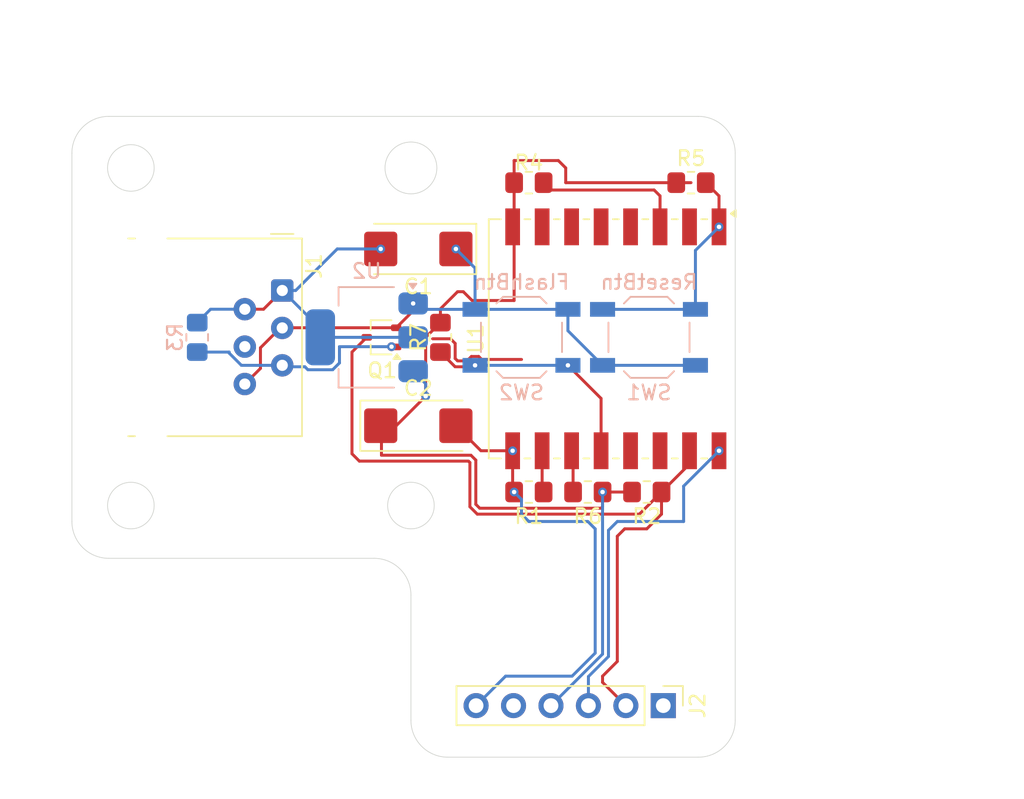
<source format=kicad_pcb>
(kicad_pcb (version 20241129) (generator "pcbnew") (generator_version "8.99")
  (layers (0 "F.Cu" signal) (2 "B.Cu" signal) (13 "F.Paste" user) (15 "B.Paste" user) (5 "F.SilkS" user "F.Silkscreen") (7 "B.SilkS" user "B.Silkscreen") (1 "F.Mask" user) (3 "B.Mask" user) (25 "Edge.Cuts" user))
  (net 0 "")
  (net 1 "GND")
  (net 2 "+5V")
  (net 3 "+3V3")
  (net 5 "Net-(Q1-B)")
  (net 6 "ESP-RX")
  (net 8 "ESP-TX")
  (net 10 "Net-(U1-GPIO15)")
  (net 11 "EN")
  (net 12 "RESET")
  (net 13 "GPIO 2")
  (net 14 "GPIO 0")
  (footprint "Resistor_SMD:R_0805_2012Metric_Pad1.20x1.40mm_HandSolder" (layer "F.Cu") (at 88 49.5)
    (property "Reference" "R4" (at 0 -1.35 360) (layer "F.SilkS"))
    (property "Value" "10K")
    (fp_line (start -0.227064 -0.735) (end 0.227064 -0.735) (stroke (width 0.12)) (layer "F.SilkS"))
    (fp_line (start -0.227064 0.735) (end 0.227064 0.735) (stroke (width 0.12)) (layer "F.SilkS"))
    (pad "1" smd roundrect (at -1 0) (size 1.2 1.4) (layers "F.Cu" "F.Mask" "F.Paste") (roundrect_rratio 0.208333) (net 3 "+3V3"))
    (pad "2" smd roundrect (at 1 0) (size 1.2 1.4) (layers "F.Cu" "F.Mask" "F.Paste") (roundrect_rratio 0.208333) (net 11 "EN"))
  )
  (footprint "Capacitor_Tantalum_SMD:CP_EIA-6032-15_Kemet-U_Pad2.25x2.35mm_HandSolder" (layer "F.Cu") (at 80.5 54 180)
    (property "Reference" "C1" (at 0 -2.55 360) (layer "F.SilkS"))
    (property "Value" "100nF")
    (fp_line (start 3 -1.71) (end -3.935 -1.71) (stroke (width 0.12)) (layer "F.SilkS"))
    (fp_line (start -3.935 1.71) (end 3 1.71) (stroke (width 0.12)) (layer "F.SilkS"))
    (fp_line (start -3.935 -1.71) (end -3.935 1.71) (stroke (width 0.12)) (layer "F.SilkS"))
    (pad "1" smd roundrect (at -2.55 0 180) (size 2.25 2.35) (layers "F.Cu" "F.Mask" "F.Paste") (roundrect_rratio 0.111111) (net 1 "GND"))
    (pad "2" smd roundrect (at 2.55 0 180) (size 2.25 2.35) (layers "F.Cu" "F.Mask" "F.Paste") (roundrect_rratio 0.111111) (net 2 "+5V"))
  )
  (footprint "Resistor_SMD:R_0805_2012Metric_Pad1.20x1.40mm_HandSolder" (layer "F.Cu") (at 99 49.5)
    (property "Value" "R5")
    (property "Reference" "R5" (at 0 -1.65 360) (layer "F.SilkS"))
    (fp_line (start -0.227064 -0.735) (end 0.227064 -0.735) (stroke (width 0.12)) (layer "F.SilkS"))
    (fp_line (start -0.227064 0.735) (end 0.227064 0.735) (stroke (width 0.12)) (layer "F.SilkS"))
    (pad "1" smd roundrect (at -1 0) (size 1.2 1.4) (layers "F.Cu" "F.Mask" "F.Paste") (roundrect_rratio 0.208333) (net 3 "+3V3"))
    (pad "2" smd roundrect (at 1 0) (size 1.2 1.4) (layers "F.Cu" "F.Mask" "F.Paste") (roundrect_rratio 0.208333) (net 12 "RESET"))
  )
  (footprint "Resistor_SMD:R_0805_2012Metric_Pad1.20x1.40mm_HandSolder" (layer "F.Cu") (at 96 70.5)
    (property "Value" "R2")
    (property "Reference" "R2" (at 0 1.65 360) (layer "F.SilkS"))
    (fp_line (start -0.227064 -0.735) (end 0.227064 -0.735) (stroke (width 0.12)) (layer "F.SilkS"))
    (fp_line (start -0.227064 0.735) (end 0.227064 0.735) (stroke (width 0.12)) (layer "F.SilkS"))
    (pad "1" smd roundrect (at -1 0) (size 1.2 1.4) (layers "F.Cu" "F.Mask" "F.Paste") (roundrect_rratio 0.208333) (net 3 "+3V3"))
    (pad "2" smd roundrect (at 1 0) (size 1.2 1.4) (layers "F.Cu" "F.Mask" "F.Paste") (roundrect_rratio 0.208333) (net 6 "ESP-RX"))
  )
  (footprint "Resistor_SMD:R_0805_2012Metric_Pad1.20x1.40mm_HandSolder" (layer "F.Cu") (at 82 60 -90)
    (property "Reference" "R7" (at 0 1.5 90) (layer "F.SilkS"))
    (property "Value" "10K")
    (fp_line (start -0.227064 0.735) (end 0.227064 0.735) (stroke (width 0.12)) (layer "F.SilkS"))
    (fp_line (start -0.227064 -0.735) (end 0.227064 -0.735) (stroke (width 0.12)) (layer "F.SilkS"))
    (pad "1" smd roundrect (at -1 0 270) (size 1.2 1.4) (layers "F.Cu" "F.Mask" "F.Paste") (roundrect_rratio 0.208333) (net 3 "+3V3"))
    (pad "2" smd roundrect (at 1 0 270) (size 1.2 1.4) (layers "F.Cu" "F.Mask" "F.Paste") (roundrect_rratio 0.208333) (net 14 "GPIO 0"))
  )
  (footprint "Connector_RJ:RJ12_Amphenol_54601-x06_Horizontal" (layer "F.Cu") (at 71.27 56.82 -90)
    (property "Reference" "J1" (at -1.66 -2.16 90) (layer "F.SilkS"))
    (property "Value" "RJ12")
    (fp_line (start -3.53 10.45) (end -3.53 9.99) (stroke (width 0.12)) (layer "F.SilkS"))
    (fp_line (start 9.89 10.45) (end 9.89 9.99) (stroke (width 0.12)) (layer "F.SilkS"))
    (fp_line (start -3.53 7.79) (end -3.53 -1.34) (stroke (width 0.12)) (layer "F.SilkS"))
    (fp_line (start -3.84 0.77) (end -3.84 -0.76) (stroke (width 0.12)) (layer "F.SilkS"))
    (fp_line (start -3.53 -1.34) (end 9.89 -1.34) (stroke (width 0.12)) (layer "F.SilkS"))
    (fp_line (start 9.89 -1.34) (end 9.89 7.79) (stroke (width 0.12)) (layer "F.SilkS"))
    (pad "" np_thru_hole circle (at -1.9 8.89 270) (size 3.25 3.25) (drill 3.25) (layers "*.Cu" "*.Mask"))
    (pad "" np_thru_hole circle (at 8.26 8.89 270) (size 3.25 3.25) (drill 3.25) (layers "*.Cu" "*.Mask"))
    (pad "1" thru_hole roundrect (at 0 0 270) (size 1.52 1.52) (drill 0.76) (layers "*.Cu" "*.Mask") (roundrect_rratio 0.1644736842) (net 2 "+5V"))
    (pad "2" thru_hole circle (at 1.27 2.54 270) (size 1.52 1.52) (drill 0.76) (layers "*.Cu" "*.Mask") (net 2 "+5V"))
    (pad "3" thru_hole circle (at 2.54 0 270) (size 1.52 1.52) (drill 0.76) (layers "*.Cu" "*.Mask") (net 1 "GND"))
    (pad "4" thru_hole circle (at 3.81 2.54 270) (size 1.52 1.52) (drill 0.76) (layers "*.Cu" "*.Mask"))
    (pad "5" thru_hole circle (at 5.08 0 270) (size 1.52 1.52) (drill 0.76) (layers "*.Cu" "*.Mask") (net 5 "Net-(Q1-B)"))
    (pad "6" thru_hole circle (at 6.35 2.54 270) (size 1.52 1.52) (drill 0.76) (layers "*.Cu" "*.Mask") (net 1 "GND"))
  )
  (footprint "Resistor_SMD:R_0805_2012Metric_Pad1.20x1.40mm_HandSolder" (layer "F.Cu") (at 88 70.5 180)
    (property "Reference" "R1" (at 0 -1.65 360) (layer "F.SilkS"))
    (property "Value" "10K")
    (fp_line (start -0.227064 0.735) (end 0.227064 0.735) (stroke (width 0.12)) (layer "F.SilkS"))
    (fp_line (start -0.227064 -0.735) (end 0.227064 -0.735) (stroke (width 0.12)) (layer "F.SilkS"))
    (pad "1" smd roundrect (at -1 0 180) (size 1.2 1.4) (layers "F.Cu" "F.Mask" "F.Paste") (roundrect_rratio 0.208333) (net 10 "Net-(U1-GPIO15)"))
    (pad "2" smd roundrect (at 1 0 180) (size 1.2 1.4) (layers "F.Cu" "F.Mask" "F.Paste") (roundrect_rratio 0.208333) (net 1 "GND"))
  )
  (footprint "Package_TO_SOT_SMD:SOT-323_SC-70" (layer "F.Cu") (at 78 60 180)
    (property "Reference" "Q1" (at -0.05 -2.25 360) (layer "F.SilkS"))
    (property "Value" "BC817W")
    (fp_line (start 0.73 0.5) (end 0.73 1.16) (stroke (width 0.12)) (layer "F.SilkS"))
    (fp_line (start 0.73 -1.16) (end 0.73 -0.5) (stroke (width 0.12)) (layer "F.SilkS"))
    (fp_line (start -0.68 1.16) (end 0.73 1.16) (stroke (width 0.12)) (layer "F.SilkS"))
    (fp_line (start -0.68 -1.16) (end 0.73 -1.16) (stroke (width 0.12)) (layer "F.SilkS"))
    (fp_poly (pts (xy -1.05 -1.14) (xy -1.29 -1.47) (xy -0.81 -1.47) (xy -1.05 -1.14)) (stroke (width 0.12)) (fill yes) (layer "F.SilkS"))
    (pad "1" smd roundrect (at -1 -0.65 90) (size 0.45 0.7) (layers "F.Cu" "F.Mask" "F.Paste") (net 5 "Net-(Q1-B)"))
    (pad "2" smd roundrect (at -1 0.65 90) (size 0.45 0.7) (layers "F.Cu" "F.Mask" "F.Paste") (net 1 "GND"))
    (pad "3" smd roundrect (at 1 0 90) (size 0.45 0.7) (layers "F.Cu" "F.Mask" "F.Paste") (net 6 "ESP-RX"))
  )
  (footprint "RF_Module:ESP-07" (layer "F.Cu") (at 96 60.1 -90)
    (property "Reference" "U1" (at 0 11.6 -90) (layer "F.SilkS"))
    (property "Value" "ESP-07")
    (fp_line (start -8.12 10.72) (end -8.12 9.9) (stroke (width 0.12)) (layer "F.SilkS"))
    (fp_line (start 8.12 10.72) (end -8.12 10.72) (stroke (width 0.12)) (layer "F.SilkS"))
    (fp_line (start 8.12 9.9) (end 8.12 10.72) (stroke (width 0.12)) (layer "F.SilkS"))
    (fp_line (start -8.12 8.3) (end -8.12 7.9) (stroke (width 0.12)) (layer "F.SilkS"))
    (fp_line (start 8.12 8.3) (end 8.12 7.9) (stroke (width 0.12)) (layer "F.SilkS"))
    (fp_line (start -8.12 6.3) (end -8.12 5.9) (stroke (width 0.12)) (layer "F.SilkS"))
    (fp_line (start 8.12 6.3) (end 8.12 5.9) (stroke (width 0.12)) (layer "F.SilkS"))
    (fp_line (start -8.12 4.3) (end -8.12 3.9) (stroke (width 0.12)) (layer "F.SilkS"))
    (fp_line (start 8.12 4.3) (end 8.12 3.9) (stroke (width 0.12)) (layer "F.SilkS"))
    (fp_line (start -8.12 2.3) (end -8.12 1.9) (stroke (width 0.12)) (layer "F.SilkS"))
    (fp_line (start 8.12 2.3) (end 8.12 1.9) (stroke (width 0.12)) (layer "F.SilkS"))
    (fp_line (start -8.12 0.3) (end -8.12 -0.1) (stroke (width 0.12)) (layer "F.SilkS"))
    (fp_line (start 8.12 0.3) (end 8.12 -0.1) (stroke (width 0.12)) (layer "F.SilkS"))
    (fp_line (start -8.12 -1.7) (end -8.12 -2.1) (stroke (width 0.12)) (layer "F.SilkS"))
    (fp_line (start 8.12 -1.7) (end 8.12 -2.1) (stroke (width 0.12)) (layer "F.SilkS"))
    (fp_line (start -8.12 -3.7) (end -8.12 -4.1) (stroke (width 0.12)) (layer "F.SilkS"))
    (fp_line (start 8.12 -3.7) (end 8.12 -4.1) (stroke (width 0.12)) (layer "F.SilkS"))
    (fp_poly (pts (xy -8.5 -5.7) (xy -8.74 -6.036) (xy -8.26 -6.036) (xy -8.5 -5.7)) (stroke (width 0.12)) (fill yes) (layer "F.SilkS"))
    (pad "1" smd rect (at -7.6 -4.9 270) (size 2.5 1) (layers "F.Cu" "F.Mask" "F.Paste") (net 12 "RESET"))
    (pad "2" smd rect (at -7.6 -2.9 270) (size 2.5 1) (layers "F.Cu" "F.Mask" "F.Paste"))
    (pad "3" smd rect (at -7.6 -0.9 270) (size 2.5 1) (layers "F.Cu" "F.Mask" "F.Paste") (net 11 "EN"))
    (pad "4" smd rect (at -7.6 1.1 270) (size 2.5 1) (layers "F.Cu" "F.Mask" "F.Paste"))
    (pad "5" smd rect (at -7.6 3.1 270) (size 2.5 1) (layers "F.Cu" "F.Mask" "F.Paste"))
    (pad "6" smd rect (at -7.6 5.1 270) (size 2.5 1) (layers "F.Cu" "F.Mask" "F.Paste"))
    (pad "7" smd rect (at -7.6 7.1 270) (size 2.5 1) (layers "F.Cu" "F.Mask" "F.Paste"))
    (pad "8" smd rect (at -7.6 9.1 270) (size 2.5 1) (layers "F.Cu" "F.Mask" "F.Paste") (net 3 "+3V3"))
    (pad "9" smd rect (at 7.6 9.1 270) (size 2.5 1) (layers "F.Cu" "F.Mask" "F.Paste") (net 1 "GND"))
    (pad "10" smd rect (at 7.6 7.1 270) (size 2.5 1) (layers "F.Cu" "F.Mask" "F.Paste") (net 10 "Net-(U1-GPIO15)"))
    (pad "11" smd rect (at 7.6 5.1 270) (size 2.5 1) (layers "F.Cu" "F.Mask" "F.Paste") (net 13 "GPIO 2"))
    (pad "12" smd rect (at 7.6 3.1 270) (size 2.5 1) (layers "F.Cu" "F.Mask" "F.Paste") (net 14 "GPIO 0"))
    (pad "13" smd rect (at 7.6 1.1 270) (size 2.5 1) (layers "F.Cu" "F.Mask" "F.Paste"))
    (pad "14" smd rect (at 7.6 -0.9 270) (size 2.5 1) (layers "F.Cu" "F.Mask" "F.Paste"))
    (pad "15" smd rect (at 7.6 -2.9 270) (size 2.5 1) (layers "F.Cu" "F.Mask" "F.Paste") (net 6 "ESP-RX"))
    (pad "16" smd rect (at 7.6 -4.9 270) (size 2.5 1) (layers "F.Cu" "F.Mask" "F.Paste") (net 8 "ESP-TX"))
  )
  (footprint "Connector_PinHeader_2.54mm:PinHeader_1x06_P2.54mm_Vertical" (layer "F.Cu") (at 97.12 85 -90)
    (property "Reference" "J2" (at 0 -2.33 90) (layer "F.SilkS"))
    (property "Value" "ProgammingPins")
    (fp_line (start -1.33 14.03) (end 1.33 14.03) (stroke (width 0.12)) (layer "F.SilkS"))
    (fp_line (start -1.33 1.27) (end -1.33 14.03) (stroke (width 0.12)) (layer "F.SilkS"))
    (fp_line (start -1.33 1.27) (end 1.33 1.27) (stroke (width 0.12)) (layer "F.SilkS"))
    (fp_line (start 1.33 1.27) (end 1.33 14.03) (stroke (width 0.12)) (layer "F.SilkS"))
    (fp_line (start -1.33 0) (end -1.33 -1.33) (stroke (width 0.12)) (layer "F.SilkS"))
    (fp_line (start -1.33 -1.33) (end 0 -1.33) (stroke (width 0.12)) (layer "F.SilkS"))
    (pad "1" thru_hole rect (at 0 0 270) (size 1.7 1.7) (drill 1) (layers "*.Cu" "*.Mask"))
    (pad "2" thru_hole oval (at 0 2.54 270) (size 1.7 1.7) (drill 1) (layers "*.Cu" "*.Mask") (net 6 "ESP-RX"))
    (pad "3" thru_hole oval (at 0 5.08 270) (size 1.7 1.7) (drill 1) (layers "*.Cu" "*.Mask") (net 8 "ESP-TX"))
    (pad "4" thru_hole oval (at 0 7.62 270) (size 1.7 1.7) (drill 1) (layers "*.Cu" "*.Mask") (net 3 "+3V3"))
    (pad "5" thru_hole oval (at 0 10.16 270) (size 1.7 1.7) (drill 1) (layers "*.Cu" "*.Mask"))
    (pad "6" thru_hole oval (at 0 12.7 270) (size 1.7 1.7) (drill 1) (layers "*.Cu" "*.Mask") (net 1 "GND"))
  )
  (footprint "Resistor_SMD:R_0805_2012Metric_Pad1.20x1.40mm_HandSolder" (layer "F.Cu") (at 92 70.5 180)
    (property "Reference" "R6" (at 0 -1.65 360) (layer "F.SilkS"))
    (property "Value" "10K")
    (fp_line (start -0.227064 0.735) (end 0.227064 0.735) (stroke (width 0.12)) (layer "F.SilkS"))
    (fp_line (start -0.227064 -0.735) (end 0.227064 -0.735) (stroke (width 0.12)) (layer "F.SilkS"))
    (pad "1" smd roundrect (at -1 0 180) (size 1.2 1.4) (layers "F.Cu" "F.Mask" "F.Paste") (roundrect_rratio 0.208333) (net 3 "+3V3"))
    (pad "2" smd roundrect (at 1 0 180) (size 1.2 1.4) (layers "F.Cu" "F.Mask" "F.Paste") (roundrect_rratio 0.208333) (net 13 "GPIO 2"))
  )
  (footprint "Capacitor_Tantalum_SMD:CP_EIA-6032-15_Kemet-U_Pad2.25x2.35mm_HandSolder" (layer "F.Cu") (at 80.5 66)
    (property "Reference" "C2" (at 0 -2.55 360) (layer "F.SilkS"))
    (property "Value" "10uF Polarized")
    (fp_line (start -3.935 -1.71) (end -3.935 1.71) (stroke (width 0.12)) (layer "F.SilkS"))
    (fp_line (start -3.935 1.71) (end 3 1.71) (stroke (width 0.12)) (layer "F.SilkS"))
    (fp_line (start 3 -1.71) (end -3.935 -1.71) (stroke (width 0.12)) (layer "F.SilkS"))
    (pad "1" smd roundrect (at -2.55 0) (size 2.25 2.35) (layers "F.Cu" "F.Mask" "F.Paste") (roundrect_rratio 0.111111) (net 3 "+3V3"))
    (pad "2" smd roundrect (at 2.55 0) (size 2.25 2.35) (layers "F.Cu" "F.Mask" "F.Paste") (roundrect_rratio 0.111111) (net 1 "GND"))
  )
  (footprint "Package_TO_SOT_SMD:SOT-223-3_TabPin2" (layer "B.Cu") (at 77 60 180)
    (property "Reference" "U2" (at 0 4.5 360) (layer "B.SilkS") (effects (justify mirror)))
    (property "Value" "LD1117S33CTR_SOT223")
    (fp_line (start 1.91 3.41) (end 1.91 2.15) (stroke (width 0.12)) (layer "B.SilkS"))
    (fp_line (start 1.91 -3.41) (end 1.91 -2.15) (stroke (width 0.12)) (layer "B.SilkS"))
    (fp_line (start -1.85 3.41) (end 1.91 3.41) (stroke (width 0.12)) (layer "B.SilkS"))
    (fp_line (start -1.85 -3.41) (end 1.91 -3.41) (stroke (width 0.12)) (layer "B.SilkS"))
    (fp_poly (pts (xy -3.13 3.31) (xy -3.37 3.64) (xy -2.89 3.64) (xy -3.13 3.31)) (stroke (width 0.12)) (fill yes) (layer "B.SilkS"))
    (pad "1" smd roundrect (at -3.15 2.3 180) (size 2 1.5) (layers "B.Cu" "B.Mask" "B.Paste") (net 1 "GND"))
    (pad "2" smd roundrect (at -3.15 0 180) (size 2 1.5) (layers "B.Cu" "B.Mask" "B.Paste") (net 2 "+5V"))
    (pad "2" smd roundrect (at 3.15 0 180) (size 2 3.8) (layers "B.Cu" "B.Mask" "B.Paste") (net 2 "+5V"))
    (pad "3" smd roundrect (at -3.15 -2.3 180) (size 2 1.5) (layers "B.Cu" "B.Mask" "B.Paste") (net 3 "+3V3"))
  )
  (footprint "Resistor_SMD:R_0805_2012Metric_Pad1.20x1.40mm_HandSolder" (layer "B.Cu") (at 65.5 60 -90)
    (property "Reference" "R3" (at 0 1.5 90) (layer "B.SilkS") (effects (justify mirror)))
    (property "Value" "4K7")
    (fp_line (start -0.227064 0.735) (end 0.227064 0.735) (stroke (width 0.12)) (layer "B.SilkS"))
    (fp_line (start -0.227064 -0.735) (end 0.227064 -0.735) (stroke (width 0.12)) (layer "B.SilkS"))
    (pad "1" smd roundrect (at -1 0 270) (size 1.2 1.4) (layers "B.Cu" "B.Mask" "B.Paste") (roundrect_rratio 0.208333) (net 2 "+5V"))
    (pad "2" smd roundrect (at 1 0 270) (size 1.2 1.4) (layers "B.Cu" "B.Mask" "B.Paste") (roundrect_rratio 0.208333) (net 5 "Net-(Q1-B)"))
  )
  (footprint "Button_Switch_SMD:SW_SPST_TL3342" (layer "B.Cu") (at 87.5 60)
    (property "Reference" "SW2" (at 0 3.75 360) (layer "B.SilkS") (effects (justify mirror)))
    (property "Value" "FlashBtn" (at 0 -3.75 360) (layer "B.SilkS") (effects (justify mirror)))
    (fp_line (start -2.75 1) (end -2.75 -1) (stroke (width 0.12)) (layer "B.SilkS"))
    (fp_line (start -1.7 -2.3) (end -1.25 -2.75) (stroke (width 0.12)) (layer "B.SilkS"))
    (fp_line (start -1.7 2.3) (end -1.25 2.75) (stroke (width 0.12)) (layer "B.SilkS"))
    (fp_line (start -1.25 -2.75) (end 1.25 -2.75) (stroke (width 0.12)) (layer "B.SilkS"))
    (fp_line (start -1.25 2.75) (end 1.25 2.75) (stroke (width 0.12)) (layer "B.SilkS"))
    (fp_line (start 1.7 -2.3) (end 1.25 -2.75) (stroke (width 0.12)) (layer "B.SilkS"))
    (fp_line (start 1.7 2.3) (end 1.25 2.75) (stroke (width 0.12)) (layer "B.SilkS"))
    (fp_line (start 2.75 1) (end 2.75 -1) (stroke (width 0.12)) (layer "B.SilkS"))
    (pad "1" smd rect (at -3.15 1.9) (size 1.7 1) (layers "B.Cu" "B.Mask" "B.Paste") (net 14 "GPIO 0"))
    (pad "1" smd rect (at 3.15 1.9) (size 1.7 1) (layers "B.Cu" "B.Mask" "B.Paste") (net 14 "GPIO 0"))
    (pad "2" smd rect (at -3.15 -1.9) (size 1.7 1) (layers "B.Cu" "B.Mask" "B.Paste") (net 1 "GND"))
    (pad "2" smd rect (at 3.15 -1.9) (size 1.7 1) (layers "B.Cu" "B.Mask" "B.Paste") (net 1 "GND"))
  )
  (footprint "Button_Switch_SMD:SW_SPST_TL3342" (layer "B.Cu") (at 96.15 60)
    (property "Reference" "SW1" (at 0 3.75 360) (layer "B.SilkS") (effects (justify mirror)))
    (property "Value" "ResetBtn" (at 0 -3.75 360) (layer "B.SilkS") (effects (justify mirror)))
    (fp_line (start -2.75 1) (end -2.75 -1) (stroke (width 0.12)) (layer "B.SilkS"))
    (fp_line (start -1.7 -2.3) (end -1.25 -2.75) (stroke (width 0.12)) (layer "B.SilkS"))
    (fp_line (start -1.7 2.3) (end -1.25 2.75) (stroke (width 0.12)) (layer "B.SilkS"))
    (fp_line (start -1.25 -2.75) (end 1.25 -2.75) (stroke (width 0.12)) (layer "B.SilkS"))
    (fp_line (start -1.25 2.75) (end 1.25 2.75) (stroke (width 0.12)) (layer "B.SilkS"))
    (fp_line (start 1.7 -2.3) (end 1.25 -2.75) (stroke (width 0.12)) (layer "B.SilkS"))
    (fp_line (start 1.7 2.3) (end 1.25 2.75) (stroke (width 0.12)) (layer "B.SilkS"))
    (fp_line (start 2.75 1) (end 2.75 -1) (stroke (width 0.12)) (layer "B.SilkS"))
    (pad "1" smd rect (at -3.15 1.9) (size 1.7 1) (layers "B.Cu" "B.Mask" "B.Paste") (net 1 "GND"))
    (pad "1" smd rect (at 3.15 1.9) (size 1.7 1) (layers "B.Cu" "B.Mask" "B.Paste") (net 1 "GND"))
    (pad "2" smd rect (at -3.15 -1.9) (size 1.7 1) (layers "B.Cu" "B.Mask" "B.Paste") (net 12 "RESET"))
    (pad "2" smd rect (at 3.15 -1.9) (size 1.7 1) (layers "B.Cu" "B.Mask" "B.Paste") (net 12 "RESET"))
  )
  (gr_arc (start 99.5 45) (mid 101.267767 45.732233) (end 102 47.5) (stroke (width 0.05)) (layer "Edge.Cuts"))
  (gr_circle (center 61 71.418861) (end 61.5 72.918861) (stroke (width 0.05)) (fill no) (layer "Edge.Cuts"))
  (gr_arc (start 102 86) (mid 101.267767 87.767767) (end 99.5 88.5) (stroke (width 0.05)) (layer "Edge.Cuts"))
  (gr_arc (start 59.5 75) (mid 57.732233 74.267767) (end 57 72.5) (stroke (width 0.05)) (layer "Edge.Cuts"))
  (gr_arc (start 77.5 75) (mid 79.267767 75.732233) (end 80 77.5) (stroke (width 0.05)) (layer "Edge.Cuts"))
  (gr_line (start 57 47.5) (end 57 72.5) (stroke (width 0.05)) (layer "Edge.Cuts"))
  (gr_arc (start 57 47.5) (mid 57.732233 45.732233) (end 59.5 45) (stroke (width 0.05)) (layer "Edge.Cuts"))
  (gr_arc (start 82.5 88.5) (mid 80.732233 87.767767) (end 80 86) (stroke (width 0.05)) (layer "Edge.Cuts"))
  (gr_line (start 82.5 88.5) (end 99.5 88.5) (stroke (width 0.05)) (layer "Edge.Cuts"))
  (gr_line (start 59.5 45) (end 99.5 45) (stroke (width 0.05)) (layer "Edge.Cuts"))
  (gr_line (start 59.5 75) (end 77.5 75) (stroke (width 0.05)) (layer "Edge.Cuts"))
  (gr_circle (center 61 48.5) (end 61.5 50) (stroke (width 0.05)) (fill no) (layer "Edge.Cuts"))
  (gr_line (start 80 77.5) (end 80 86) (stroke (width 0.05)) (layer "Edge.Cuts"))
  (gr_line (start 102 47.5) (end 102 86) (stroke (width 0.05)) (layer "Edge.Cuts"))
  (gr_circle (center 80 71.418861) (end 80.5 72.918861) (stroke (width 0.05)) (fill no) (layer "Edge.Cuts"))
  (gr_circle (center 80 48.5) (end 80.918861 50) (stroke (width 0.05)) (fill no) (layer "Edge.Cuts"))
  (segment (start 83.801057 61.599) (end 83.1661 61.599) (width 0.2) (layer "F.Cu") (net 0))
  (segment (start 82.68516 60.099) (end 81.4681 60.099) (width 0.2) (layer "F.Cu") (net 0))
  (segment (start 83.001 60.41484) (end 82.68516 60.099) (width 0.2) (layer "F.Cu") (net 0))
  (segment (start 83.001 61.4339) (end 83.001 60.41484) (width 0.2) (layer "F.Cu") (net 0))
  (segment (start 84.598943 61.299) (end 84.101057 61.299) (width 0.2) (layer "F.Cu") (net 0))
  (segment (start 84.101057 61.299) (end 83.801057 61.599) (width 0.2) (layer "F.Cu") (net 0))
  (segment (start 83.1661 61.599) (end 83.001 61.4339) (width 0.2) (layer "F.Cu") (net 0))
  (segment (start 84.799943 61.5) (end 84.598943 61.299) (width 0.2) (layer "F.Cu") (net 0))
  (segment (start 87.5 61.5) (end 84.799943 61.5) (width 0.2) (layer "F.Cu") (net 0))
  (segment (start 86.9 70.4) (end 87 70.5) (width 0.2) (layer "F.Cu") (net 1))
  (segment (start 84.75 67.7) (end 86.9 67.7) (width 0.2) (layer "F.Cu") (net 1))
  (segment (start 69.791 60.709) (end 69.791 62.109) (width 0.2) (layer "F.Cu") (net 1))
  (segment (start 71.28 59.35) (end 71.27 59.36) (width 0.2) (layer "F.Cu") (net 1))
  (segment (start 69.791 62.109) (end 68.73 63.17) (width 0.2) (layer "F.Cu") (net 1))
  (segment (start 80.15 58.2) (end 80.15 57.7) (width 0.2) (layer "F.Cu") (net 1))
  (segment (start 79 59.35) (end 80.15 58.2) (width 0.2) (layer "F.Cu") (net 1))
  (segment (start 71.14 59.36) (end 69.791 60.709) (width 0.2) (layer "F.Cu") (net 1))
  (segment (start 71.27 59.36) (end 71.14 59.36) (width 0.2) (layer "F.Cu") (net 1))
  (segment (start 79 59.35) (end 71.28 59.35) (width 0.2) (layer "F.Cu") (net 1))
  (segment (start 86.9 67.7) (end 86.9 67.1) (width 0.2) (layer "F.Cu") (net 1))
  (segment (start 86.9 67.7) (end 86.9 70.4) (width 0.2) (layer "F.Cu") (net 1))
  (segment (start 83.05 66) (end 84.75 67.7) (width 0.2) (layer "F.Cu") (net 1))
  (via (at 87 70.5) (size 0.6) (drill 0.3) (layers "F.Cu" "B.Cu") (net 1))
  (via (at 80.15 57.7) (size 0.6) (drill 0.3) (layers "F.Cu" "B.Cu") (net 1))
  (via (at 83.05 54) (size 0.6) (drill 0.3) (layers "F.Cu" "B.Cu") (net 1))
  (via (at 86.9 67.7) (size 0.6) (drill 0.3) (layers "F.Cu" "B.Cu") (net 1))
  (segment (start 80.55 58.1) (end 80.15 57.7) (width 0.2) (layer "B.Cu") (net 1))
  (segment (start 84.35 58.1) (end 84.35 55.3) (width 0.2) (layer "B.Cu") (net 1))
  (segment (start 84.35 58.1) (end 90.65 58.1) (width 0.2) (layer "B.Cu") (net 1))
  (segment (start 90.65 58.1) (end 90.65 59.55) (width 0.2) (layer "B.Cu") (net 1))
  (segment (start 88 72.5) (end 92 72.5) (width 0.2) (layer "B.Cu") (net 1))
  (segment (start 87 67.6) (end 86.9 67.7) (width 0.2) (layer "B.Cu") (net 1))
  (segment (start 92 72.5) (end 92.5 73) (width 0.2) (layer "B.Cu") (net 1))
  (segment (start 87.5 72) (end 88 72.5) (width 0.2) (layer "B.Cu") (net 1))
  (segment (start 86.42 83) (end 84.42 85) (width 0.2) (layer "B.Cu") (net 1))
  (segment (start 90.9329 83) (end 86.42 83) (width 0.2) (layer "B.Cu") (net 1))
  (segment (start 93 61.9) (end 99.3 61.9) (width 0.2) (layer "B.Cu") (net 1))
  (segment (start 84.35 55.3) (end 83.05 54) (width 0.2) (layer "B.Cu") (net 1))
  (segment (start 92.5 73) (end 92.5 81.4329) (width 0.2) (layer "B.Cu") (net 1))
  (segment (start 92.5 81.4329) (end 90.9329 83) (width 0.2) (layer "B.Cu") (net 1))
  (segment (start 87 70.5) (end 87.5 71) (width 0.2) (layer "B.Cu") (net 1))
  (segment (start 90.65 59.55) (end 93 61.9) (width 0.2) (layer "B.Cu") (net 1))
  (segment (start 87.5 71) (end 87.5 72) (width 0.2) (layer "B.Cu") (net 1))
  (segment (start 84.35 58.1) (end 80.55 58.1) (width 0.2) (layer "B.Cu") (net 1))
  (segment (start 68.73 58.09) (end 70 58.09) (width 0.2) (layer "F.Cu") (net 2))
  (segment (start 70 58.09) (end 71.27 56.82) (width 0.2) (layer "F.Cu") (net 2))
  (via (at 68.73 58.09) (size 0.6) (drill 0.3) (layers "F.Cu" "B.Cu") (net 2))
  (via (at 77.95 54) (size 0.6) (drill 0.3) (layers "F.Cu" "B.Cu") (net 2))
  (segment (start 73.85 59.4) (end 73.85 60) (width 0.2) (layer "B.Cu") (net 2))
  (segment (start 71.27 56.82) (end 72.18 56.82) (width 0.2) (layer "B.Cu") (net 2))
  (segment (start 73.85 58.65) (end 74 58.5) (width 0.2) (layer "B.Cu") (net 2))
  (segment (start 71.27 56.82) (end 73.85 59.4) (width 0.2) (layer "B.Cu") (net 2))
  (segment (start 73.85 60) (end 73.85 58.65) (width 0.2) (layer "B.Cu") (net 2))
  (segment (start 73.85 60) (end 74 59.85) (width 0.2) (layer "B.Cu") (net 2))
  (segment (start 80.15 60) (end 73.85 60) (width 0.2) (layer "B.Cu") (net 2))
  (segment (start 66.41 58.09) (end 68.73 58.09) (width 0.2) (layer "B.Cu") (net 2))
  (segment (start 75 54) (end 77.95 54) (width 0.2) (layer "B.Cu") (net 2))
  (segment (start 65.5 59) (end 66.41 58.09) (width 0.2) (layer "B.Cu") (net 2))
  (segment (start 74 60.15) (end 73.85 60) (width 0.2) (layer "B.Cu") (net 2))
  (segment (start 72.18 56.82) (end 75 54) (width 0.2) (layer "B.Cu") (net 2))
  (segment (start 84.401 68.3339) (end 84.0671 68) (width 0.2) (layer "F.Cu") (net 3))
  (segment (start 87 49.5) (end 87 52.4) (width 0.2) (layer "F.Cu") (net 3))
  (segment (start 82 58.0671) (end 83.1661 56.901) (width 0.2) (layer "F.Cu") (net 3))
  (segment (start 81 64) (end 81 60) (width 0.2) (layer "F.Cu") (net 3))
  (segment (start 87 57.5) (end 87 52.6) (width 0.2) (layer "F.Cu") (net 3))
  (segment (start 90.5 48.5) (end 90 48) (width 0.2) (layer "F.Cu") (net 3))
  (segment (start 84.6661 71.599) (end 84.401 71.3339) (width 0.2) (layer "F.Cu") (net 3))
  (segment (start 81 60) (end 82 59) (width 0.2) (layer "F.Cu") (net 3))
  (segment (start 82 59) (end 82 58.0671) (width 0.2) (layer "F.Cu") (net 3))
  (segment (start 99 49.5) (end 90.5 49.5) (width 0.2) (layer "F.Cu") (net 3))
  (segment (start 84.150057 57.5) (end 87 57.5) (width 0.2) (layer "F.Cu") (net 3))
  (segment (start 84.0671 68) (end 78 68) (width 0.2) (layer "F.Cu") (net 3))
  (segment (start 95 70.5) (end 93 70.5) (width 0.2) (layer "F.Cu") (net 3))
  (segment (start 83.1661 56.901) (end 83.551057 56.901) (width 0.2) (layer "F.Cu") (net 3))
  (segment (start 78 66.05) (end 77.95 66) (width 0.2) (layer "F.Cu") (net 3))
  (segment (start 77.95 66) (end 79 66) (width 0.2) (layer "F.Cu") (net 3))
  (segment (start 84.401 71.3339) (end 84.401 68.3339) (width 0.2) (layer "F.Cu") (net 3))
  (segment (start 90 48) (end 87 48) (width 0.2) (layer "F.Cu") (net 3))
  (segment (start 87 52.6) (end 86.9 52.5) (width 0.2) (layer "F.Cu") (net 3))
  (segment (start 93 71.5) (end 92.901 71.599) (width 0.2) (layer "F.Cu") (net 3))
  (segment (start 83.551057 56.901) (end 84.150057 57.5) (width 0.2) (layer "F.Cu") (net 3))
  (segment (start 93 70.5) (end 93 71.5) (width 0.2) (layer "F.Cu") (net 3))
  (segment (start 92.901 71.599) (end 84.6661 71.599) (width 0.2) (layer "F.Cu") (net 3))
  (segment (start 79 66) (end 81 64) (width 0.2) (layer "F.Cu") (net 3))
  (segment (start 87 52.4) (end 86.9 52.5) (width 0.2) (layer "F.Cu") (net 3))
  (segment (start 87 48) (end 87 49.5) (width 0.2) (layer "F.Cu") (net 3))
  (segment (start 78 68) (end 78 66.05) (width 0.2) (layer "F.Cu") (net 3))
  (segment (start 90.5 49.5) (end 90.5 48.5) (width 0.2) (layer "F.Cu") (net 3))
  (via (at 81 64) (size 0.6) (drill 0.3) (layers "F.Cu" "B.Cu") (net 3))
  (via (at 93 70.5) (size 0.6) (drill 0.3) (layers "F.Cu" "B.Cu") (net 3))
  (segment (start 89.5 85) (end 93 81.5) (width 0.2) (layer "B.Cu") (net 3))
  (segment (start 81 63.15) (end 81 64) (width 0.2) (layer "B.Cu") (net 3))
  (segment (start 93 81.5) (end 93 70.5) (width 0.2) (layer "B.Cu") (net 3))
  (segment (start 80.15 62.3) (end 81 63.15) (width 0.2) (layer "B.Cu") (net 3))
  (via (at 78.68384 60.634084) (size 0.6) (drill 0.3) (layers "F.Cu" "B.Cu") (net 5))
  (segment (start 68.499519 61.9) (end 71.27 61.9) (width 0.2) (layer "B.Cu") (net 5))
  (segment (start 67.669 61.069481) (end 68.499519 61.9) (width 0.2) (layer "B.Cu") (net 5))
  (segment (start 71.37 62) (end 72.809942 62) (width 0.2) (layer "B.Cu") (net 5))
  (segment (start 73.010942 62.201) (end 74.689058 62.201) (width 0.2) (layer "B.Cu") (net 5))
  (segment (start 71.27 61.9) (end 71.37 62) (width 0.2) (layer "B.Cu") (net 5))
  (segment (start 75.151 61.739058) (end 75.151 60.634084) (width 0.2) (layer "B.Cu") (net 5))
  (segment (start 75.151 60.634084) (end 78.68384 60.634084) (width 0.2) (layer "B.Cu") (net 5))
  (segment (start 74.689058 62.201) (end 75.151 61.739058) (width 0.2) (layer "B.Cu") (net 5))
  (segment (start 72.809942 62) (end 73.010942 62.201) (width 0.2) (layer "B.Cu") (net 5))
  (segment (start 65.5 61) (end 67.669 61) (width 0.2) (layer "B.Cu") (net 5))
  (segment (start 67.669 61) (end 67.669 61.069481) (width 0.2) (layer "B.Cu") (net 5))
  (segment (start 97 72) (end 97 70.5) (width 0.2) (layer "F.Cu") (net 6))
  (segment (start 93 83) (end 94 82) (width 0.2) (layer "F.Cu") (net 6))
  (segment (start 94.5 73) (end 96 73) (width 0.2) (layer "F.Cu") (net 6))
  (segment (start 84 71.5) (end 84 68.5) (width 0.2) (layer "F.Cu") (net 6))
  (segment (start 84.5 72) (end 84 71.5) (width 0.2) (layer "F.Cu") (net 6))
  (segment (start 84.5 72) (end 95.5 72) (width 0.2) (layer "F.Cu") (net 6))
  (segment (start 94 82) (end 94 73.5) (width 0.2) (layer "F.Cu") (net 6))
  (segment (start 83.901 68.401) (end 76.5 68.401) (width 0.2) (layer "F.Cu") (net 6))
  (segment (start 98.9 68.6) (end 98.9 67.7) (width 0.2) (layer "F.Cu") (net 6))
  (segment (start 76 67.901) (end 76 61) (width 0.2) (layer "F.Cu") (net 6))
  (segment (start 97 70.5) (end 98.9 68.6) (width 0.2) (layer "F.Cu") (net 6))
  (segment (start 93 83.42) (end 93 83) (width 0.2) (layer "F.Cu") (net 6))
  (segment (start 94 73.5) (end 94.5 73) (width 0.2) (layer "F.Cu") (net 6))
  (segment (start 94.58 85) (end 93 83.42) (width 0.2) (layer "F.Cu") (net 6))
  (segment (start 96 73) (end 97 72) (width 0.2) (layer "F.Cu") (net 6))
  (segment (start 84 68.5) (end 83.901 68.401) (width 0.2) (layer "F.Cu") (net 6))
  (segment (start 76.5 68.401) (end 76 67.901) (width 0.2) (layer "F.Cu") (net 6))
  (segment (start 95.5 72) (end 97 70.5) (width 0.2) (layer "F.Cu") (net 6))
  (segment (start 76 61) (end 77 60) (width 0.2) (layer "F.Cu") (net 6))
  (via (at 100.9 67.7) (size 0.6) (drill 0.3) (layers "F.Cu" "B.Cu") (net 8))
  (segment (start 93.401 81.6661) (end 93.401 73.099) (width 0.2) (layer "B.Cu") (net 8))
  (segment (start 98.5 72.5) (end 98.5 70.1) (width 0.2) (layer "B.Cu") (net 8))
  (segment (start 93.401 73.099) (end 94 72.5) (width 0.2) (layer "B.Cu") (net 8))
  (segment (start 98.5 70.1) (end 100.9 67.7) (width 0.2) (layer "B.Cu") (net 8))
  (segment (start 92.04 83.0271) (end 93.401 81.6661) (width 0.2) (layer "B.Cu") (net 8))
  (segment (start 94 72.5) (end 98.5 72.5) (width 0.2) (layer "B.Cu") (net 8))
  (segment (start 92.04 85) (end 92.04 83.0271) (width 0.2) (layer "B.Cu") (net 8))
  (segment (start 88.9 67.7) (end 88.9 70.4) (width 0.2) (layer "F.Cu") (net 10))
  (segment (start 88.9 70.4) (end 89 70.5) (width 0.2) (layer "F.Cu") (net 10))
  (segment (start 97 52.4) (end 96.9 52.5) (width 0.2) (layer "F.Cu") (net 11))
  (segment (start 96.9 52.5) (end 96.9 50.4) (width 0.2) (layer "F.Cu") (net 11))
  (segment (start 96.9 50.4) (end 96.5 50) (width 0.2) (layer "F.Cu") (net 11))
  (segment (start 96.5 50) (end 89.5 50) (width 0.2) (layer "F.Cu") (net 11))
  (segment (start 89.5 50) (end 89 49.5) (width 0.2) (layer "F.Cu") (net 11))
  (segment (start 101 52.4) (end 100.9 52.5) (width 0.2) (layer "F.Cu") (net 12))
  (segment (start 100 49.5) (end 100.9 50.4) (width 0.2) (layer "F.Cu") (net 12))
  (segment (start 100.9 50.4) (end 100.9 52.5) (width 0.2) (layer "F.Cu") (net 12))
  (via (at 100.9 52.5) (size 0.6) (drill 0.3) (layers "F.Cu" "B.Cu") (net 12))
  (segment (start 99.3 58.1) (end 99.3 54.1) (width 0.2) (layer "B.Cu") (net 12))
  (segment (start 99.3 54.1) (end 100.9 52.5) (width 0.2) (layer "B.Cu") (net 12))
  (segment (start 99.3 58.1) (end 93 58.1) (width 0.2) (layer "B.Cu") (net 12))
  (segment (start 91 70.5) (end 91 67.8) (width 0.2) (layer "F.Cu") (net 13))
  (segment (start 91 67.8) (end 90.9 67.7) (width 0.2) (layer "F.Cu") (net 13))
  (segment (start 92.9 64.15) (end 90.65 61.9) (width 0.2) (layer "F.Cu") (net 14))
  (segment (start 93 67.6) (end 92.9 67.7) (width 0.2) (layer "F.Cu") (net 14))
  (segment (start 92.9 67.7) (end 92.9 64.15) (width 0.2) (layer "F.Cu") (net 14))
  (segment (start 83 62) (end 84.25 62) (width 0.2) (layer "F.Cu") (net 14))
  (segment (start 84.25 62) (end 84.35 61.9) (width 0.2) (layer "F.Cu") (net 14))
  (segment (start 82 61) (end 83 62) (width 0.2) (layer "F.Cu") (net 14))
  (via (at 90.65 61.9) (size 0.6) (drill 0.3) (layers "F.Cu" "B.Cu") (net 14))
  (via (at 84.35 61.9) (size 0.6) (drill 0.3) (layers "F.Cu" "B.Cu") (net 14))
  (segment (start 90.65 61.9) (end 84.35 61.9) (width 0.2) (layer "B.Cu") (net 14))
)
</source>
